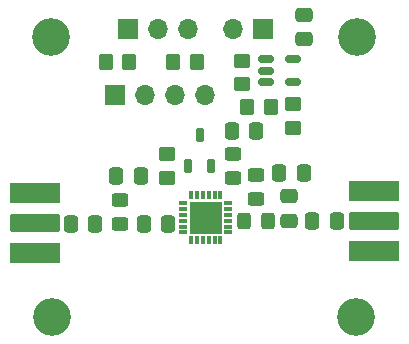
<source format=gts>
%TF.GenerationSoftware,KiCad,Pcbnew,8.0.8*%
%TF.CreationDate,2025-02-12T15:11:31-05:00*%
%TF.ProjectId,pa-test-board,70612d74-6573-4742-9d62-6f6172642e6b,rev?*%
%TF.SameCoordinates,Original*%
%TF.FileFunction,Soldermask,Top*%
%TF.FilePolarity,Negative*%
%FSLAX46Y46*%
G04 Gerber Fmt 4.6, Leading zero omitted, Abs format (unit mm)*
G04 Created by KiCad (PCBNEW 8.0.8) date 2025-02-12 15:11:31*
%MOMM*%
%LPD*%
G01*
G04 APERTURE LIST*
G04 Aperture macros list*
%AMRoundRect*
0 Rectangle with rounded corners*
0 $1 Rounding radius*
0 $2 $3 $4 $5 $6 $7 $8 $9 X,Y pos of 4 corners*
0 Add a 4 corners polygon primitive as box body*
4,1,4,$2,$3,$4,$5,$6,$7,$8,$9,$2,$3,0*
0 Add four circle primitives for the rounded corners*
1,1,$1+$1,$2,$3*
1,1,$1+$1,$4,$5*
1,1,$1+$1,$6,$7*
1,1,$1+$1,$8,$9*
0 Add four rect primitives between the rounded corners*
20,1,$1+$1,$2,$3,$4,$5,0*
20,1,$1+$1,$4,$5,$6,$7,0*
20,1,$1+$1,$6,$7,$8,$9,0*
20,1,$1+$1,$8,$9,$2,$3,0*%
G04 Aperture macros list end*
%ADD10RoundRect,0.250000X0.337500X0.475000X-0.337500X0.475000X-0.337500X-0.475000X0.337500X-0.475000X0*%
%ADD11RoundRect,0.250000X0.450000X-0.350000X0.450000X0.350000X-0.450000X0.350000X-0.450000X-0.350000X0*%
%ADD12RoundRect,0.250000X-0.350000X-0.450000X0.350000X-0.450000X0.350000X0.450000X-0.350000X0.450000X0*%
%ADD13RoundRect,0.250000X-0.450000X0.350000X-0.450000X-0.350000X0.450000X-0.350000X0.450000X0.350000X0*%
%ADD14R,1.700000X1.700000*%
%ADD15O,1.700000X1.700000*%
%ADD16RoundRect,0.250000X0.450000X-0.325000X0.450000X0.325000X-0.450000X0.325000X-0.450000X-0.325000X0*%
%ADD17C,3.200000*%
%ADD18RoundRect,0.162500X0.162500X-0.447500X0.162500X0.447500X-0.162500X0.447500X-0.162500X-0.447500X0*%
%ADD19RoundRect,0.250000X-0.325000X-0.450000X0.325000X-0.450000X0.325000X0.450000X-0.325000X0.450000X0*%
%ADD20RoundRect,0.250000X-0.337500X-0.475000X0.337500X-0.475000X0.337500X0.475000X-0.337500X0.475000X0*%
%ADD21RoundRect,0.101600X2.032000X-0.635000X2.032000X0.635000X-2.032000X0.635000X-2.032000X-0.635000X0*%
%ADD22RoundRect,0.101600X2.032000X-0.762000X2.032000X0.762000X-2.032000X0.762000X-2.032000X-0.762000X0*%
%ADD23RoundRect,0.250000X-0.475000X0.337500X-0.475000X-0.337500X0.475000X-0.337500X0.475000X0.337500X0*%
%ADD24RoundRect,0.250000X-0.450000X0.325000X-0.450000X-0.325000X0.450000X-0.325000X0.450000X0.325000X0*%
%ADD25RoundRect,0.150000X-0.512500X-0.150000X0.512500X-0.150000X0.512500X0.150000X-0.512500X0.150000X0*%
%ADD26RoundRect,0.101600X-2.032000X0.635000X-2.032000X-0.635000X2.032000X-0.635000X2.032000X0.635000X0*%
%ADD27RoundRect,0.101600X-2.032000X0.762000X-2.032000X-0.762000X2.032000X-0.762000X2.032000X0.762000X0*%
%ADD28O,0.700000X0.380000*%
%ADD29O,0.380000X0.700000*%
%ADD30C,0.500000*%
%ADD31R,2.700000X2.700000*%
%ADD32RoundRect,0.250000X0.475000X-0.337500X0.475000X0.337500X-0.475000X0.337500X-0.475000X-0.337500X0*%
G04 APERTURE END LIST*
D10*
%TO.C,C13*%
X154877450Y-103550000D03*
X152802450Y-103550000D03*
%TD*%
D11*
%TO.C,R3*%
X153700000Y-99600000D03*
X153700000Y-97600000D03*
%TD*%
D12*
%TO.C,R5*%
X154100000Y-101500000D03*
X156100000Y-101500000D03*
%TD*%
D13*
%TO.C,R6*%
X147277450Y-105550000D03*
X147277450Y-107550000D03*
%TD*%
D14*
%TO.C,J1*%
X144050000Y-94950000D03*
D15*
X146590000Y-94950000D03*
X149130000Y-94950000D03*
%TD*%
D16*
%TO.C,L2*%
X143300000Y-111450000D03*
X143300000Y-109400000D03*
%TD*%
D17*
%TO.C,H3*%
X137600000Y-119300000D03*
%TD*%
D18*
%TO.C,D2*%
X149127450Y-106550000D03*
X151027450Y-106550000D03*
X150077450Y-103930000D03*
%TD*%
D19*
%TO.C,L11*%
X153827450Y-111150000D03*
X155877450Y-111150000D03*
%TD*%
D20*
%TO.C,C14*%
X143002450Y-107350000D03*
X145077450Y-107350000D03*
%TD*%
D21*
%TO.C,J2*%
X136132000Y-111350000D03*
D22*
X136132000Y-108810000D03*
X136132000Y-113890000D03*
%TD*%
D23*
%TO.C,C11*%
X157677450Y-109075000D03*
X157677450Y-111150000D03*
%TD*%
D24*
%TO.C,L1*%
X154877450Y-107300000D03*
X154877450Y-109350000D03*
%TD*%
D17*
%TO.C,H4*%
X163400000Y-95600000D03*
%TD*%
D10*
%TO.C,C2*%
X161677450Y-111150000D03*
X159602450Y-111150000D03*
%TD*%
D17*
%TO.C,H2*%
X163300000Y-119300000D03*
%TD*%
D10*
%TO.C,C3*%
X141237500Y-111400000D03*
X139162500Y-111400000D03*
%TD*%
D14*
%TO.C,J4*%
X142932550Y-100500000D03*
D15*
X145472550Y-100500000D03*
X148012550Y-100500000D03*
X150552550Y-100500000D03*
%TD*%
D24*
%TO.C,R1*%
X152877450Y-105500000D03*
X152877450Y-107550000D03*
%TD*%
D14*
%TO.C,J5*%
X155400000Y-94900000D03*
D15*
X152860000Y-94900000D03*
%TD*%
D20*
%TO.C,C7*%
X156802450Y-107150000D03*
X158877450Y-107150000D03*
%TD*%
D17*
%TO.C,H1*%
X137500000Y-95600000D03*
%TD*%
D25*
%TO.C,U1*%
X155725000Y-97500000D03*
X155725000Y-98450000D03*
X155725000Y-99400000D03*
X158000000Y-99400000D03*
X158000000Y-97500000D03*
%TD*%
D10*
%TO.C,C1*%
X147400000Y-111400000D03*
X145325000Y-111400000D03*
%TD*%
D12*
%TO.C,R8*%
X142130000Y-97750000D03*
X144130000Y-97750000D03*
%TD*%
D26*
%TO.C,J3*%
X164845450Y-111150000D03*
D27*
X164845450Y-113690000D03*
X164845450Y-108610000D03*
%TD*%
D28*
%TO.C,PA1*%
X148697450Y-109650000D03*
X148697450Y-110150000D03*
X148697450Y-110650000D03*
X148697450Y-111150000D03*
X148697450Y-111650000D03*
X148697450Y-112150000D03*
D29*
X149337450Y-112790000D03*
X149837450Y-112790000D03*
X150337450Y-112790000D03*
X150837450Y-112790000D03*
X151337450Y-112790000D03*
X151837450Y-112790000D03*
D28*
X152477450Y-112150000D03*
X152477450Y-111650000D03*
X152477450Y-111150000D03*
X152477450Y-110650000D03*
X152477450Y-110150000D03*
X152477450Y-109650000D03*
D29*
X151837450Y-109010000D03*
X151337450Y-109010000D03*
X150837450Y-109010000D03*
X150337450Y-109010000D03*
X149837450Y-109010000D03*
X149337450Y-109010000D03*
D30*
X149627450Y-109940000D03*
X149627450Y-110580000D03*
X149627450Y-111220000D03*
X149627450Y-111860000D03*
X150267450Y-109940000D03*
X150267450Y-110580000D03*
X150267450Y-111220000D03*
X150267450Y-111860000D03*
D31*
X150587450Y-110900000D03*
D30*
X150907450Y-109940000D03*
X150907450Y-110580000D03*
X150907450Y-111220000D03*
X150907450Y-111860000D03*
X151547450Y-109940000D03*
X151547450Y-110580000D03*
X151547450Y-111220000D03*
X151547450Y-111860000D03*
%TD*%
D11*
%TO.C,R2*%
X158000000Y-103300000D03*
X158000000Y-101300000D03*
%TD*%
D32*
%TO.C,C4*%
X158900000Y-95775000D03*
X158900000Y-93700000D03*
%TD*%
D12*
%TO.C,R4*%
X147852550Y-97700000D03*
X149852550Y-97700000D03*
%TD*%
M02*

</source>
